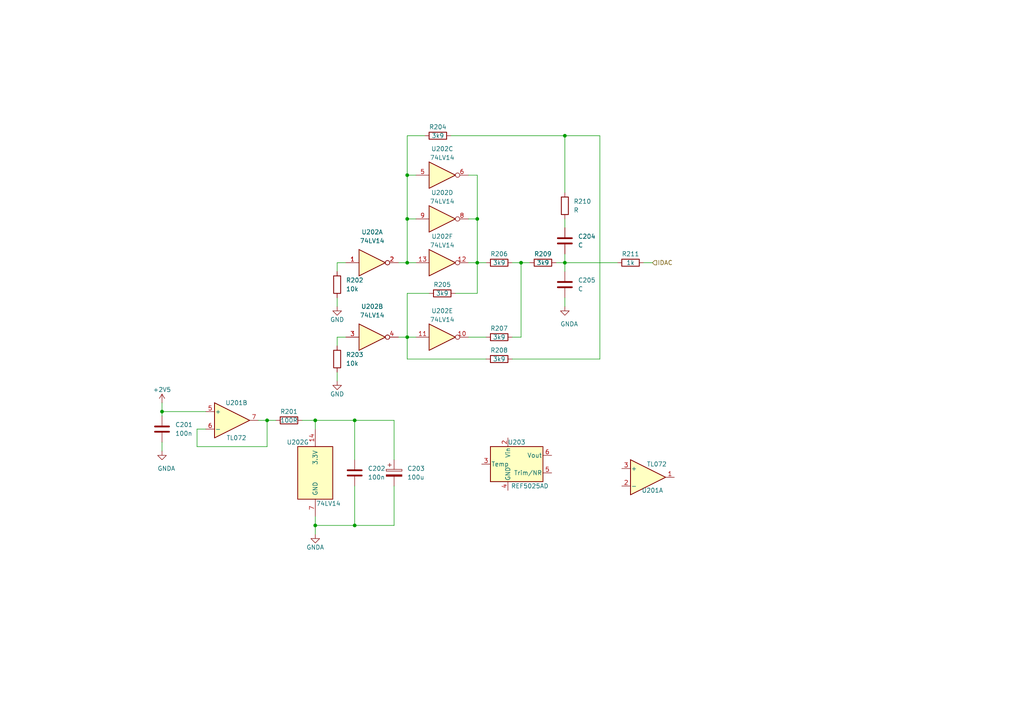
<source format=kicad_sch>
(kicad_sch (version 20210126) (generator eeschema)
  (paper "A4")
  (lib_symbols
    (symbol "74xx:74LV14" (pin_names (offset 1.016))
      (property "Reference" "U" (at 0 1.27 0))
      (property "Value" "74LV14" (at 0 -1.27 0))
      (symbol "74LV14_1_0"
        (polyline (pts (xy -3.81 3.81) (xy -3.81 -3.81) (xy 3.81 0) (xy -3.81 3.81)) (stroke (width 0.254)) (fill (type background)))
        (pin input line (at -7.62 0 0) (length 3.81) (name "~") (number "1"))
        (pin output inverted (at 7.62 0 180) (length 3.81) (name "~") (number "2"))
      )
      (symbol "74LV14_2_0"
        (polyline (pts (xy -3.81 3.81) (xy -3.81 -3.81) (xy 3.81 0) (xy -3.81 3.81)) (stroke (width 0.254)) (fill (type background)))
        (pin input line (at -7.62 0 0) (length 3.81) (name "~") (number "3"))
        (pin output inverted (at 7.62 0 180) (length 3.81) (name "~") (number "4"))
      )
      (symbol "74LV14_3_0"
        (polyline (pts (xy -3.81 3.81) (xy -3.81 -3.81) (xy 3.81 0) (xy -3.81 3.81)) (stroke (width 0.254)) (fill (type background)))
        (pin input line (at -7.62 0 0) (length 3.81) (name "~") (number "5"))
        (pin output inverted (at 7.62 0 180) (length 3.81) (name "~") (number "6"))
      )
      (symbol "74LV14_4_0"
        (polyline (pts (xy -3.81 3.81) (xy -3.81 -3.81) (xy 3.81 0) (xy -3.81 3.81)) (stroke (width 0.254)) (fill (type background)))
        (pin output inverted (at 7.62 0 180) (length 3.81) (name "~") (number "8"))
        (pin input line (at -7.62 0 0) (length 3.81) (name "~") (number "9"))
      )
      (symbol "74LV14_5_0"
        (polyline (pts (xy -3.81 3.81) (xy -3.81 -3.81) (xy 3.81 0) (xy -3.81 3.81)) (stroke (width 0.254)) (fill (type background)))
        (pin output inverted (at 7.62 0 180) (length 3.81) (name "~") (number "10"))
        (pin input line (at -7.62 0 0) (length 3.81) (name "~") (number "11"))
      )
      (symbol "74LV14_6_0"
        (polyline (pts (xy -3.81 3.81) (xy -3.81 -3.81) (xy 3.81 0) (xy -3.81 3.81)) (stroke (width 0.254)) (fill (type background)))
        (pin output inverted (at 7.62 0 180) (length 3.81) (name "~") (number "12"))
        (pin input line (at -7.62 0 0) (length 3.81) (name "~") (number "13"))
      )
      (symbol "74LV14_7_0"
        (pin power_in line (at 0 12.7 270) (length 5.08) (name "3.3V") (number "14"))
        (pin power_in line (at 0 -12.7 90) (length 5.08) (name "GND") (number "7"))
      )
      (symbol "74LV14_7_1"
        (rectangle (start -5.08 7.62) (end 5.08 -7.62) (stroke (width 0.254)) (fill (type background)))
      )
    )
    (symbol "Amplifier_Operational:TL072" (pin_names (offset 0.127))
      (property "Reference" "U" (at 0 5.08 0))
      (property "Value" "TL072" (at 0 -5.08 0))
      (symbol "TL072_1_1"
        (polyline (pts (xy -5.08 5.08) (xy 5.08 0) (xy -5.08 -5.08) (xy -5.08 5.08)) (stroke (width 0.254)) (fill (type background)))
        (pin output line (at 7.62 0 180) (length 2.54) (name "~") (number "1"))
        (pin input line (at -7.62 -2.54 0) (length 2.54) (name "-") (number "2"))
        (pin input line (at -7.62 2.54 0) (length 2.54) (name "+") (number "3"))
      )
      (symbol "TL072_2_1"
        (polyline (pts (xy -5.08 5.08) (xy 5.08 0) (xy -5.08 -5.08) (xy -5.08 5.08)) (stroke (width 0.254)) (fill (type background)))
        (pin input line (at -7.62 2.54 0) (length 2.54) (name "+") (number "5"))
        (pin input line (at -7.62 -2.54 0) (length 2.54) (name "-") (number "6"))
        (pin output line (at 7.62 0 180) (length 2.54) (name "~") (number "7"))
      )
      (symbol "TL072_3_1"
        (pin power_in line (at -2.54 -7.62 90) (length 3.81) (name "V-") (number "4"))
        (pin power_in line (at -2.54 7.62 270) (length 3.81) (name "V+") (number "8"))
      )
    )
    (symbol "Device:C" (pin_numbers hide) (pin_names (offset 0.254))
      (property "Reference" "C" (at 0.635 2.54 0))
      (property "Value" "C" (at 0.635 -2.54 0))
      (symbol "C_0_1"
        (polyline (pts (xy -2.032 -0.762) (xy 2.032 -0.762)) (stroke (width 0.508)))
        (polyline (pts (xy -2.032 0.762) (xy 2.032 0.762)) (stroke (width 0.508)))
      )
      (symbol "C_1_1"
        (pin passive line (at 0 3.81 270) (length 2.794) (name "~") (number "1"))
        (pin passive line (at 0 -3.81 90) (length 2.794) (name "~") (number "2"))
      )
    )
    (symbol "Device:C_Polarized" (pin_numbers hide) (pin_names (offset 0.254))
      (property "Reference" "C" (at 0.635 2.54 0))
      (property "Value" "C_Polarized" (at 0.635 -2.54 0))
      (symbol "C_Polarized_0_1"
        (rectangle (start -2.286 0.508) (end 2.286 1.016))
        (rectangle (start 2.286 -0.508) (end -2.286 -1.016) (fill (type outline)))
        (polyline (pts (xy -1.778 2.286) (xy -0.762 2.286)))
        (polyline (pts (xy -1.27 2.794) (xy -1.27 1.778)))
      )
      (symbol "C_Polarized_1_1"
        (pin passive line (at 0 3.81 270) (length 2.794) (name "~") (number "1"))
        (pin passive line (at 0 -3.81 90) (length 2.794) (name "~") (number "2"))
      )
    )
    (symbol "Device:R" (pin_numbers hide) (pin_names (offset 0))
      (property "Reference" "R" (at 2.032 0 90))
      (property "Value" "R" (at 0 0 90))
      (symbol "R_0_1"
        (rectangle (start -1.016 -2.54) (end 1.016 2.54) (stroke (width 0.254)))
      )
      (symbol "R_1_1"
        (pin passive line (at 0 3.81 270) (length 1.27) (name "~") (number "1"))
        (pin passive line (at 0 -3.81 90) (length 1.27) (name "~") (number "2"))
      )
    )
    (symbol "Reference_Voltage:REF5025AD" (pin_names (offset 0.254))
      (property "Reference" "U" (at -1.27 8.255 0))
      (property "Value" "REF5025AD" (at -1.27 6.35 0))
      (symbol "REF5025AD_0_1"
        (rectangle (start -7.62 5.08) (end 7.62 -5.08) (stroke (width 0.254)) (fill (type background)))
      )
      (symbol "REF5025AD_1_1"
        (pin no_connect line (at -7.62 2.54 0) (length 2.54) hide (name "DNC") (number "1"))
        (pin power_in line (at -2.54 7.62 270) (length 2.54) (name "Vin") (number "2"))
        (pin passive line (at -10.16 0 0) (length 2.54) (name "Temp") (number "3"))
        (pin power_in line (at -2.54 -7.62 90) (length 2.54) (name "GND") (number "4"))
        (pin passive line (at 10.16 -2.54 180) (length 2.54) (name "Trim/NR") (number "5"))
        (pin power_out line (at 10.16 2.54 180) (length 2.54) (name "Vout") (number "6"))
        (pin no_connect line (at -5.08 -5.08 90) (length 2.54) hide (name "NC") (number "7"))
        (pin no_connect line (at 7.62 0 180) (length 2.54) hide (name "DNC") (number "8"))
      )
    )
    (symbol "power:+2V5" (power) (pin_names (offset 0))
      (property "Value" "+2V5" (at 0 3.556 0))
      (symbol "+2V5_0_1"
        (polyline (pts (xy -0.762 1.27) (xy 0 2.54)))
        (polyline (pts (xy 0 0) (xy 0 2.54)))
        (polyline (pts (xy 0 2.54) (xy 0.762 1.27)))
      )
      (symbol "+2V5_1_1"
        (pin power_in line (at 0 0 90) (length 0) hide (name "+2V5") (number "1"))
      )
    )
    (symbol "power:GND" (power) (pin_names (offset 0))
      (property "Value" "GND" (at 0 -3.81 0))
      (symbol "GND_0_1"
        (polyline (pts (xy 0 0) (xy 0 -1.27) (xy 1.27 -1.27) (xy 0 -2.54) (xy -1.27 -1.27) (xy 0 -1.27)))
      )
      (symbol "GND_1_1"
        (pin power_in line (at 0 0 270) (length 0) hide (name "GND") (number "1"))
      )
    )
    (symbol "power:GNDA" (power) (pin_names (offset 0))
      (property "Value" "GNDA" (at 0 -3.81 0))
      (symbol "GNDA_0_1"
        (polyline (pts (xy 0 0) (xy 0 -1.27) (xy 1.27 -1.27) (xy 0 -2.54) (xy -1.27 -1.27) (xy 0 -1.27)))
      )
      (symbol "GNDA_1_1"
        (pin power_in line (at 0 0 270) (length 0) hide (name "GNDA") (number "1"))
      )
    )
  )
  (junction (at 46.99 119.38) (diameter 0.9144))
  (junction (at 77.47 121.92) (diameter 0.9144))
  (junction (at 91.44 121.92) (diameter 0.9144))
  (junction (at 91.44 152.4) (diameter 0.9144))
  (junction (at 102.87 121.92) (diameter 0.9144))
  (junction (at 102.87 152.4) (diameter 0.9144))
  (junction (at 118.11 50.8) (diameter 0.9144))
  (junction (at 118.11 63.5) (diameter 0.9144))
  (junction (at 118.11 76.2) (diameter 0.9144))
  (junction (at 118.11 97.79) (diameter 0.9144))
  (junction (at 138.43 63.5) (diameter 0.9144))
  (junction (at 138.43 76.2) (diameter 0.9144))
  (junction (at 151.13 76.2) (diameter 0.9144))
  (junction (at 163.83 39.37) (diameter 0.9144))
  (junction (at 163.83 76.2) (diameter 0.9144))
  (wire (pts (xy 46.99 116.84) (xy 46.99 119.38)))
  (wire (pts (xy 46.99 119.38) (xy 59.69 119.38)))
  (wire (pts (xy 46.99 120.65) (xy 46.99 119.38)))
  (wire (pts (xy 46.99 128.27) (xy 46.99 130.81)))
  (wire (pts (xy 57.15 124.46) (xy 57.15 129.54)))
  (wire (pts (xy 57.15 129.54) (xy 77.47 129.54)))
  (wire (pts (xy 59.69 124.46) (xy 57.15 124.46)))
  (wire (pts (xy 74.93 121.92) (xy 77.47 121.92)))
  (wire (pts (xy 77.47 121.92) (xy 77.47 129.54)))
  (wire (pts (xy 77.47 121.92) (xy 80.01 121.92)))
  (wire (pts (xy 87.63 121.92) (xy 91.44 121.92)))
  (wire (pts (xy 91.44 121.92) (xy 91.44 124.46)))
  (wire (pts (xy 91.44 152.4) (xy 91.44 149.86)))
  (wire (pts (xy 91.44 152.4) (xy 91.44 154.94)))
  (wire (pts (xy 97.79 76.2) (xy 100.33 76.2)))
  (wire (pts (xy 97.79 78.74) (xy 97.79 76.2)))
  (wire (pts (xy 97.79 86.36) (xy 97.79 88.9)))
  (wire (pts (xy 97.79 97.79) (xy 100.33 97.79)))
  (wire (pts (xy 97.79 100.33) (xy 97.79 97.79)))
  (wire (pts (xy 97.79 107.95) (xy 97.79 110.49)))
  (wire (pts (xy 102.87 121.92) (xy 91.44 121.92)))
  (wire (pts (xy 102.87 133.35) (xy 102.87 121.92)))
  (wire (pts (xy 102.87 140.97) (xy 102.87 152.4)))
  (wire (pts (xy 102.87 152.4) (xy 91.44 152.4)))
  (wire (pts (xy 114.3 121.92) (xy 102.87 121.92)))
  (wire (pts (xy 114.3 133.35) (xy 114.3 121.92)))
  (wire (pts (xy 114.3 140.97) (xy 114.3 152.4)))
  (wire (pts (xy 114.3 152.4) (xy 102.87 152.4)))
  (wire (pts (xy 115.57 76.2) (xy 118.11 76.2)))
  (wire (pts (xy 115.57 97.79) (xy 118.11 97.79)))
  (wire (pts (xy 118.11 39.37) (xy 118.11 50.8)))
  (wire (pts (xy 118.11 50.8) (xy 118.11 63.5)))
  (wire (pts (xy 118.11 63.5) (xy 118.11 76.2)))
  (wire (pts (xy 118.11 63.5) (xy 120.65 63.5)))
  (wire (pts (xy 118.11 76.2) (xy 120.65 76.2)))
  (wire (pts (xy 118.11 85.09) (xy 118.11 97.79)))
  (wire (pts (xy 118.11 97.79) (xy 120.65 97.79)))
  (wire (pts (xy 118.11 104.14) (xy 118.11 97.79)))
  (wire (pts (xy 120.65 50.8) (xy 118.11 50.8)))
  (wire (pts (xy 123.19 39.37) (xy 118.11 39.37)))
  (wire (pts (xy 124.46 85.09) (xy 118.11 85.09)))
  (wire (pts (xy 132.08 85.09) (xy 138.43 85.09)))
  (wire (pts (xy 135.89 50.8) (xy 138.43 50.8)))
  (wire (pts (xy 135.89 63.5) (xy 138.43 63.5)))
  (wire (pts (xy 135.89 76.2) (xy 138.43 76.2)))
  (wire (pts (xy 135.89 97.79) (xy 140.97 97.79)))
  (wire (pts (xy 138.43 50.8) (xy 138.43 63.5)))
  (wire (pts (xy 138.43 63.5) (xy 138.43 76.2)))
  (wire (pts (xy 138.43 76.2) (xy 140.97 76.2)))
  (wire (pts (xy 138.43 85.09) (xy 138.43 76.2)))
  (wire (pts (xy 140.97 104.14) (xy 118.11 104.14)))
  (wire (pts (xy 148.59 76.2) (xy 151.13 76.2)))
  (wire (pts (xy 148.59 97.79) (xy 151.13 97.79)))
  (wire (pts (xy 148.59 104.14) (xy 173.99 104.14)))
  (wire (pts (xy 151.13 76.2) (xy 153.67 76.2)))
  (wire (pts (xy 151.13 97.79) (xy 151.13 76.2)))
  (wire (pts (xy 163.83 39.37) (xy 130.81 39.37)))
  (wire (pts (xy 163.83 55.88) (xy 163.83 39.37)))
  (wire (pts (xy 163.83 63.5) (xy 163.83 66.04)))
  (wire (pts (xy 163.83 73.66) (xy 163.83 76.2)))
  (wire (pts (xy 163.83 76.2) (xy 161.29 76.2)))
  (wire (pts (xy 163.83 76.2) (xy 163.83 78.74)))
  (wire (pts (xy 163.83 76.2) (xy 179.07 76.2)))
  (wire (pts (xy 163.83 86.36) (xy 163.83 88.9)))
  (wire (pts (xy 173.99 39.37) (xy 163.83 39.37)))
  (wire (pts (xy 173.99 104.14) (xy 173.99 39.37)))
  (wire (pts (xy 186.69 76.2) (xy 189.23 76.2)))
  (hierarchical_label "IDAC" (shape input) (at 189.23 76.2 0))
  (symbol (lib_id "power:+2V5") (at 46.99 116.84 0) (unit 1)
    (property "Reference" "#PWR0201" (effects hide))
    (property "Value" "+2V5" (at 46.99 113.03 0))
  )
  (symbol (lib_id "power:GNDA") (at 46.99 130.81 0) (unit 1)
    (property "Reference" "#PWR0202" (effects hide))
    (property "Value" "GNDA" (at 48.26 135.89 0))
  )
  (symbol (lib_id "power:GNDA") (at 91.44 154.94 0) (unit 1)
    (property "Reference" "#PWR0203" (effects hide))
    (property "Value" "GNDA" (at 91.44 158.75 0))
  )
  (symbol (lib_id "power:GND") (at 97.79 88.9 0) (unit 1)
    (property "Reference" "#PWR0204" (effects hide))
    (property "Value" "GND" (at 97.79 92.71 0))
  )
  (symbol (lib_id "power:GND") (at 97.79 110.49 0) (unit 1)
    (property "Reference" "#PWR0205" (effects hide))
    (property "Value" "GND" (at 97.79 114.3 0))
  )
  (symbol (lib_id "power:GNDA") (at 163.83 88.9 0) (unit 1)
    (property "Reference" "#PWR0206" (effects hide))
    (property "Value" "GNDA" (at 165.1 93.98 0))
  )
  (symbol (lib_id "Device:R") (at 83.82 121.92 90) (unit 1)
    (property "Reference" "R201" (at 83.82 119.38 90))
    (property "Value" "100R" (at 83.82 121.92 90))
  )
  (symbol (lib_id "Device:R") (at 97.79 82.55 0) (unit 1)
    (property "Reference" "R202" (at 100.33 81.28 0) (effects (justify left)))
    (property "Value" "10k" (at 100.33 83.82 0) (effects (justify left)))
  )
  (symbol (lib_id "Device:R") (at 97.79 104.14 0) (unit 1)
    (property "Reference" "R203" (at 100.33 102.87 0) (effects (justify left)))
    (property "Value" "10k" (at 100.33 105.41 0) (effects (justify left)))
  )
  (symbol (lib_id "Device:R") (at 127 39.37 90) (unit 1)
    (property "Reference" "R204" (at 127 36.83 90))
    (property "Value" "3k9" (at 127 39.37 90))
  )
  (symbol (lib_id "Device:R") (at 128.27 85.09 90) (unit 1)
    (property "Reference" "R205" (at 128.27 82.55 90))
    (property "Value" "3k9" (at 128.27 85.09 90))
  )
  (symbol (lib_id "Device:R") (at 144.78 76.2 90) (unit 1)
    (property "Reference" "R206" (at 144.78 73.66 90))
    (property "Value" "3k9" (at 144.78 76.2 90))
  )
  (symbol (lib_id "Device:R") (at 144.78 97.79 90) (unit 1)
    (property "Reference" "R207" (at 144.78 95.25 90))
    (property "Value" "3k9" (at 144.78 97.79 90))
  )
  (symbol (lib_id "Device:R") (at 144.78 104.14 90) (unit 1)
    (property "Reference" "R208" (at 144.78 101.6 90))
    (property "Value" "3k9" (at 144.78 104.14 90))
  )
  (symbol (lib_id "Device:R") (at 157.48 76.2 90) (unit 1)
    (property "Reference" "R209" (at 157.48 73.66 90))
    (property "Value" "3k9" (at 157.48 76.2 90))
  )
  (symbol (lib_id "Device:R") (at 163.83 59.69 0) (unit 1)
    (property "Reference" "R210" (at 166.37 58.42 0) (effects (justify left)))
    (property "Value" "R" (at 166.37 60.96 0) (effects (justify left)))
  )
  (symbol (lib_id "Device:R") (at 182.88 76.2 90) (unit 1)
    (property "Reference" "R211" (at 182.88 73.66 90))
    (property "Value" "1k" (at 182.88 76.2 90))
  )
  (symbol (lib_id "Device:C") (at 46.99 124.46 0) (unit 1)
    (property "Reference" "C201" (at 50.8 123.19 0) (effects (justify left)))
    (property "Value" "100n" (at 50.8 125.73 0) (effects (justify left)))
  )
  (symbol (lib_id "Device:C") (at 102.87 137.16 0) (unit 1)
    (property "Reference" "C202" (at 106.68 135.89 0) (effects (justify left)))
    (property "Value" "100n" (at 106.68 138.43 0) (effects (justify left)))
  )
  (symbol (lib_id "Device:C_Polarized") (at 114.3 137.16 0) (unit 1)
    (property "Reference" "C203" (at 118.11 135.89 0) (effects (justify left)))
    (property "Value" "100u" (at 118.11 138.43 0) (effects (justify left)))
  )
  (symbol (lib_id "Device:C") (at 163.83 69.85 0) (unit 1)
    (property "Reference" "C204" (at 167.64 68.58 0) (effects (justify left)))
    (property "Value" "C" (at 167.64 71.12 0) (effects (justify left)))
  )
  (symbol (lib_id "Device:C") (at 163.83 82.55 0) (unit 1)
    (property "Reference" "C205" (at 167.64 81.28 0) (effects (justify left)))
    (property "Value" "C" (at 167.64 83.82 0) (effects (justify left)))
  )
  (symbol (lib_id "74xx:74LV14") (at 107.95 76.2 0) (unit 1)
    (property "Reference" "U202" (at 107.95 67.31 0))
    (property "Value" "74LV14" (at 107.95 69.85 0))
    (property "Datasheet" "http://www.ti.com/lit/gpn/sn74LV14" (effects hide))
  )
  (symbol (lib_id "74xx:74LV14") (at 107.95 97.79 0) (unit 2)
    (property "Reference" "U202" (at 107.95 88.9 0))
    (property "Value" "74LV14" (at 107.95 91.44 0))
    (property "Datasheet" "http://www.ti.com/lit/gpn/sn74LV14" (effects hide))
  )
  (symbol (lib_id "74xx:74LV14") (at 128.27 50.8 0) (unit 3)
    (property "Reference" "U202" (at 128.27 43.18 0))
    (property "Value" "74LV14" (at 128.27 45.72 0))
    (property "Datasheet" "http://www.ti.com/lit/gpn/sn74LV14" (effects hide))
  )
  (symbol (lib_id "74xx:74LV14") (at 128.27 63.5 0) (unit 4)
    (property "Reference" "U202" (at 128.27 55.88 0))
    (property "Value" "74LV14" (at 128.27 58.42 0))
    (property "Datasheet" "http://www.ti.com/lit/gpn/sn74LV14" (effects hide))
  )
  (symbol (lib_id "74xx:74LV14") (at 128.27 76.2 0) (unit 6)
    (property "Reference" "U202" (at 128.27 68.58 0))
    (property "Value" "74LV14" (at 128.27 71.12 0))
    (property "Datasheet" "http://www.ti.com/lit/gpn/sn74LV14" (effects hide))
  )
  (symbol (lib_id "74xx:74LV14") (at 128.27 97.79 0) (unit 5)
    (property "Reference" "U202" (at 128.27 90.17 0))
    (property "Value" "74LV14" (at 128.27 92.71 0))
    (property "Datasheet" "http://www.ti.com/lit/gpn/sn74LV14" (effects hide))
  )
  (symbol (lib_id "Amplifier_Operational:TL072") (at 67.31 121.92 0) (unit 2)
    (property "Reference" "U201" (at 68.58 116.84 0))
    (property "Value" "TL072" (at 68.58 127 0))
    (property "Datasheet" "http://www.ti.com/lit/ds/symlink/tl071.pdf" (effects hide))
  )
  (symbol (lib_id "Amplifier_Operational:TL072") (at 187.96 138.43 0) (unit 1)
    (property "Reference" "U201" (at 189.23 142.24 0))
    (property "Value" "TL072" (at 190.5 134.62 0))
    (property "Datasheet" "http://www.ti.com/lit/ds/symlink/tl071.pdf" (effects hide))
  )
  (symbol (lib_id "74xx:74LV14") (at 91.44 137.16 0) (unit 7)
    (property "Reference" "U202" (at 86.36 128.27 0))
    (property "Value" "74LV14" (at 95.25 146.05 0))
    (property "Datasheet" "http://www.ti.com/lit/gpn/sn74LV14" (effects hide))
  )
  (symbol (lib_id "Reference_Voltage:REF5025AD") (at 149.86 134.62 0) (unit 1)
    (property "Reference" "U203" (at 149.86 128.27 0))
    (property "Value" "REF5025AD" (at 153.67 140.97 0))
    (property "Footprint" "Package_SO:SOIC-8_3.9x4.9mm_P1.27mm" (effects hide))
    (property "Datasheet" "http://www.ti.com/lit/ds/symlink/ref5030.pdf" (effects hide))
  )
)
</source>
